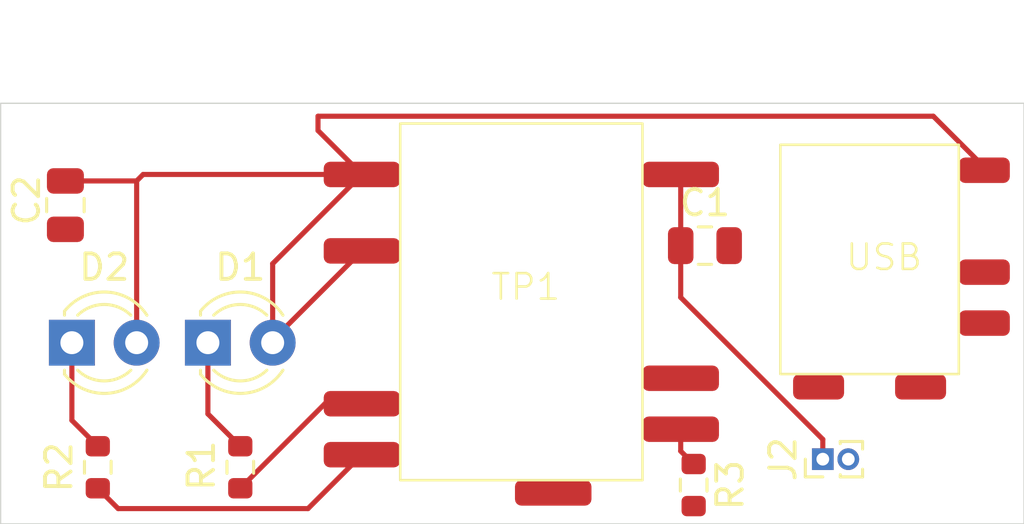
<source format=kicad_pcb>
(kicad_pcb (version 20240108) (generator "pcbnew") (generator_version "8.0")
  (layers (0 "F.Cu" signal) (31 "B.Cu" signal) (34 "B.Paste" user) (35 "F.Paste" user) (36 "B.SilkS" user "B.Silkscreen") (37 "F.SilkS" user "F.Silkscreen") (38 "B.Mask" user) (39 "F.Mask" user) (44 "Edge.Cuts" user))
  (net 0 "")
  (net 1 "GND")
  (net 2 "VD")
  (net 3 "VCC")
  (net 4 "unconnected-(R1-Pad1)")
  (net 5 "unconnected-(R2-Pad1)")
  (net 6 "Net-(TP1-CHRG)")
  (net 7 "Net-(TP1-STDBY)")
  (net 8 "Net-(TP1-PROG)")
  (net 9 "TEMP")
  (net 10 "CC1")
  (net 11 "CC2")
  (net 12 "SHIELD")
  (footprint "Capacitor_SMD:C_0805_2012Metric" (layer "F.Cu") (at 95.692 51.308)
    (property "Reference" "C1" (at 0 -1.68 360) (layer "F.SilkS"))
    (property "Value" "10 uf" (hide yes))
    (fp_line (start -0.261252 -0.735) (end 0.261252 -0.735) (stroke (width 0.12)) (layer "F.SilkS"))
    (fp_line (start -0.261252 0.735) (end 0.261252 0.735) (stroke (width 0.12)) (layer "F.SilkS"))
    (pad "1" smd roundrect (at -0.95 0) (size 1 1.45) (layers "F.Cu" "F.Paste" "F.Mask") (net 2 "VD"))
    (pad "2" smd roundrect (at 0.95 0) (size 1 1.45) (layers "F.Cu" "F.Paste" "F.Mask") (net 1 "GND"))
  )
  (footprint "Resistor_SMD:R_0603_1608Metric" (layer "F.Cu") (at 71.882 60.007 -90)
    (property "Reference" "R2" (at 0 1.524 90) (layer "F.SilkS"))
    (property "Value" "100" (hide yes))
    (fp_line (start -0.237258 0.5225) (end 0.237258 0.5225) (stroke (width 0.12)) (layer "F.SilkS"))
    (fp_line (start -0.237258 -0.5225) (end 0.237258 -0.5225) (stroke (width 0.12)) (layer "F.SilkS"))
    (pad "1" smd roundrect (at -0.825 0 270) (size 0.8 0.95) (layers "F.Cu" "F.Paste" "F.Mask") (net 5 "unconnected-(R2-Pad1)"))
    (pad "2" smd roundrect (at 0.825 0 270) (size 0.8 0.95) (layers "F.Cu" "F.Paste" "F.Mask") (net 7 "Net-(TP1-STDBY)"))
  )
  (footprint "Custom_Libraray:USB_C_Receptacle_PowerOnly_6P" (layer "F.Cu") (at 106.649 56.849)
    (property "Reference" "J1" (hide yes))
    (property "Value" "USB_C_Receptacle_PowerOnly_6P" (hide yes))
    (fp_rect (start -8 -9.5) (end -1 -0.5) (stroke (width 0.1)) (fill none) (layer "F.SilkS"))
    (fp_text user "USB" (at -5.5 -4.5 0) (layer "F.SilkS") (effects (font (thickness 0.1)) (justify left bottom)))
    (pad "A5" smd roundrect (at 0 -4.5) (size 2 1) (layers "F.Cu" "F.Paste" "F.Mask") (net 10 "CC1"))
    (pad "A9" smd roundrect (at 0 -8.5) (size 2 1) (layers "F.Cu" "F.Paste" "F.Mask") (net 3 "VCC"))
    (pad "A12" smd roundrect (at -2.5 0) (size 2 1) (layers "F.Cu" "F.Paste" "F.Mask") (net 1 "GND"))
    (pad "B5" smd roundrect (at 0 -2.5) (size 2 1) (layers "F.Cu" "F.Paste" "F.Mask") (net 11 "CC2"))
    (pad "S1" smd roundrect (at -6.5 0) (size 2 1) (layers "F.Cu" "F.Paste" "F.Mask") (net 12 "SHIELD"))
  )
  (footprint "Connector_PinHeader_1.00mm:PinHeader_1x02_P1.00mm_Vertical" (layer "F.Cu") (at 100.314 59.69 90)
    (property "Reference" "J2" (at 0 -1.56 270) (layer "F.SilkS"))
    (property "Value" "Conn_01x02_Pin" (hide yes))
    (fp_line (start -0.695 -0.685) (end 0 -0.685) (stroke (width 0.12)) (layer "F.SilkS"))
    (fp_line (start -0.695 0) (end -0.695 -0.685) (stroke (width 0.12)) (layer "F.SilkS"))
    (fp_line (start 0.695 0.685) (end 0.695 1.56) (stroke (width 0.12)) (layer "F.SilkS"))
    (fp_line (start 0.608276 0.685) (end 0.695 0.685) (stroke (width 0.12)) (layer "F.SilkS"))
    (fp_line (start -0.695 0.685) (end -0.608276 0.685) (stroke (width 0.12)) (layer "F.SilkS"))
    (fp_line (start -0.695 0.685) (end -0.695 1.56) (stroke (width 0.12)) (layer "F.SilkS"))
    (fp_line (start 0.394493 1.56) (end 0.695 1.56) (stroke (width 0.12)) (layer "F.SilkS"))
    (fp_line (start -0.695 1.56) (end -0.394493 1.56) (stroke (width 0.12)) (layer "F.SilkS"))
    (pad "1" thru_hole rect (at 0 0 90) (size 0.85 0.85) (drill 0.5) (layers "*.Cu" "*.Mask") (net 2 "VD"))
    (pad "2" thru_hole oval (at 0 1 90) (size 0.85 0.85) (drill 0.5) (layers "*.Cu" "*.Mask") (net 1 "GND"))
  )
  (footprint "Resistor_SMD:R_0603_1608Metric" (layer "F.Cu") (at 77.47 60.007 -90)
    (property "Reference" "R1" (at -0.063 1.524 90) (layer "F.SilkS"))
    (property "Value" "100" (hide yes))
    (fp_line (start -0.237258 0.5225) (end 0.237258 0.5225) (stroke (width 0.12)) (layer "F.SilkS"))
    (fp_line (start -0.237258 -0.5225) (end 0.237258 -0.5225) (stroke (width 0.12)) (layer "F.SilkS"))
    (pad "1" smd roundrect (at -0.825 0 270) (size 0.8 0.95) (layers "F.Cu" "F.Paste" "F.Mask") (net 4 "unconnected-(R1-Pad1)"))
    (pad "2" smd roundrect (at 0.825 0 270) (size 0.8 0.95) (layers "F.Cu" "F.Paste" "F.Mask") (net 6 "Net-(TP1-CHRG)"))
  )
  (footprint "LED_THT:LED_D3.0mm_FlatTop" (layer "F.Cu") (at 70.866 55.118)
    (property "Reference" "D2" (at 1.27 -2.96 0) (layer "F.SilkS"))
    (property "Value" "LED" (hide yes))
    (fp_line (start -0.29 -1.236) (end -0.29 -1.08) (stroke (width 0.12)) (layer "F.SilkS"))
    (fp_line (start -0.29 1.08) (end -0.29 1.236) (stroke (width 0.12)) (layer "F.SilkS"))
    (fp_arc (start -0.29 -1.235516) (mid 1.366487 -1.987659) (end 2.942335 -1.078608) (stroke (width 0.12)) (layer "F.SilkS"))
    (fp_arc (start 0.229039 -1.08) (mid 1.270117 -1.5) (end 2.31113 -1.079837) (stroke (width 0.12)) (layer "F.SilkS"))
    (fp_arc (start 2.31113 1.079837) (mid 1.270117 1.5) (end 0.229039 1.08) (stroke (width 0.12)) (layer "F.SilkS"))
    (fp_arc (start 2.942335 1.078608) (mid 1.366487 1.987659) (end -0.29 1.235516) (stroke (width 0.12)) (layer "F.SilkS"))
    (pad "1" thru_hole rect (at 0 0) (size 1.8 1.8) (drill 0.9) (layers "*.Cu" "*.Mask") (net 5 "unconnected-(R2-Pad1)"))
    (pad "2" thru_hole circle (at 2.54 0) (size 1.8 1.8) (drill 0.9) (layers "*.Cu" "*.Mask") (net 3 "VCC"))
  )
  (footprint "LED_THT:LED_D3.0mm_FlatTop" (layer "F.Cu") (at 76.2 55.118)
    (property "Reference" "D1" (at 1.27 -2.96 0) (layer "F.SilkS"))
    (property "Value" "LED" (hide yes))
    (fp_line (start -0.29 -1.236) (end -0.29 -1.08) (stroke (width 0.12)) (layer "F.SilkS"))
    (fp_line (start -0.29 1.08) (end -0.29 1.236) (stroke (width 0.12)) (layer "F.SilkS"))
    (fp_arc (start -0.29 -1.235516) (mid 1.366487 -1.987659) (end 2.942335 -1.078608) (stroke (width 0.12)) (layer "F.SilkS"))
    (fp_arc (start 0.229039 -1.08) (mid 1.270117 -1.5) (end 2.31113 -1.079837) (stroke (width 0.12)) (layer "F.SilkS"))
    (fp_arc (start 2.31113 1.079837) (mid 1.270117 1.5) (end 0.229039 1.08) (stroke (width 0.12)) (layer "F.SilkS"))
    (fp_arc (start 2.942335 1.078608) (mid 1.366487 1.987659) (end -0.29 1.235516) (stroke (width 0.12)) (layer "F.SilkS"))
    (pad "1" thru_hole rect (at 0 0) (size 1.8 1.8) (drill 0.9) (layers "*.Cu" "*.Mask") (net 4 "unconnected-(R1-Pad1)"))
    (pad "2" thru_hole circle (at 2.54 0) (size 1.8 1.8) (drill 0.9) (layers "*.Cu" "*.Mask") (net 3 "VCC"))
  )
  (footprint "Custom_Libraray:TP_4056" (layer "F.Cu") (at 94.742 56.514)
    (property "Reference" "TP1" (hide yes))
    (property "Value" "~")
    (fp_rect (start -11 -10) (end -1.5 4) (stroke (width 0.1)) (fill none) (layer "F.SilkS"))
    (fp_text user "TP1" (at -7.5 -3 0) (layer "F.SilkS") (effects (font (thickness 0.1)) (justify left bottom)))
    (pad "1" smd roundrect (at 0 0) (size 3 1) (layers "F.Cu" "F.Paste" "F.Mask" "Dwgs.User") (net 9 "TEMP"))
    (pad "2" smd roundrect (at 0 2) (size 3 1) (layers "F.Cu" "F.Paste" "F.Mask" "Dwgs.User") (net 8 "Net-(TP1-PROG)"))
    (pad "3" smd roundrect (at -5 4.5) (size 3 1) (layers "F.Cu" "F.Paste" "F.Mask" "Dwgs.User") (net 1 "GND"))
    (pad "4" smd roundrect (at -12.5 -8) (size 3 1) (layers "F.Cu" "F.Paste" "F.Mask" "Dwgs.User") (net 3 "VCC"))
    (pad "5" smd roundrect (at -12.5 3) (size 3 1) (layers "F.Cu" "F.Paste" "F.Mask" "Dwgs.User") (net 7 "Net-(TP1-STDBY)"))
    (pad "5" smd roundrect (at 0 -8) (size 3 1) (layers "F.Cu" "F.Paste" "F.Mask" "Dwgs.User") (net 2 "VD"))
    (pad "7" smd roundrect (at -12.5 1) (size 3 1) (layers "F.Cu" "F.Paste" "F.Mask" "Dwgs.User") (net 6 "Net-(TP1-CHRG)"))
    (pad "8" smd roundrect (at -12.5 -5) (size 3 1) (layers "F.Cu" "F.Paste" "F.Mask" "Dwgs.User") (net 3 "VCC"))
  )
  (footprint "Resistor_SMD:R_0603_1608Metric" (layer "F.Cu") (at 95.25 60.706 -90)
    (property "Reference" "R3" (at 0 -1.43 90) (layer "F.SilkS"))
    (property "Value" "10k" (hide yes))
    (fp_line (start -0.237258 0.5225) (end 0.237258 0.5225) (stroke (width 0.12)) (layer "F.SilkS"))
    (fp_line (start -0.237258 -0.5225) (end 0.237258 -0.5225) (stroke (width 0.12)) (layer "F.SilkS"))
    (pad "1" smd roundrect (at -0.825 0 270) (size 0.8 0.95) (layers "F.Cu" "F.Paste" "F.Mask") (net 8 "Net-(TP1-PROG)"))
    (pad "2" smd roundrect (at 0.825 0 270) (size 0.8 0.95) (layers "F.Cu" "F.Paste" "F.Mask") (net 1 "GND"))
  )
  (footprint "Capacitor_SMD:C_0805_2012Metric" (layer "F.Cu") (at 70.612 49.718 -90)
    (property "Reference" "C2" (at -0.188 1.524 90) (layer "F.SilkS"))
    (property "Value" "10 uf" (hide yes))
    (fp_line (start -0.261252 0.735) (end 0.261252 0.735) (stroke (width 0.12)) (layer "F.SilkS"))
    (fp_line (start -0.261252 -0.735) (end 0.261252 -0.735) (stroke (width 0.12)) (layer "F.SilkS"))
    (pad "1" smd roundrect (at -0.95 0 270) (size 1 1.45) (layers "F.Cu" "F.Paste" "F.Mask") (net 3 "VCC"))
    (pad "2" smd roundrect (at 0.95 0 270) (size 1 1.45) (layers "F.Cu" "F.Paste" "F.Mask") (net 1 "GND"))
  )
  (gr_rect (start 68.072 45.72) (end 108.204 62.23) (stroke (width 0.05)) (fill none) (layer "Edge.Cuts"))
  (segment (start 94.742 48.514) (end 94.742 51.308) (width 0.2) (layer "F.Cu") (net 2))
  (segment (start 94.742 51.308) (end 94.742 53.34) (width 0.2) (layer "F.Cu") (net 2))
  (segment (start 100.314 58.912) (end 100.314 59.69) (width 0.2) (layer "F.Cu") (net 2))
  (segment (start 94.742 53.34) (end 100.314 58.912) (width 0.2) (layer "F.Cu") (net 2))
  (segment (start 80.518 46.228) (end 104.648 46.228) (width 0.2) (layer "F.Cu") (net 3))
  (segment (start 73.66 48.514) (end 82.242 48.514) (width 0.2) (layer "F.Cu") (net 3))
  (segment (start 104.648 46.228) (end 106.649 48.229) (width 0.2) (layer "F.Cu") (net 3))
  (segment (start 80.518 46.79) (end 80.518 46.228) (width 0.2) (layer "F.Cu") (net 3))
  (segment (start 106.649 48.229) (end 106.649 48.349) (width 0.2) (layer "F.Cu") (net 3))
  (segment (start 78.74 55.016) (end 78.74 55.118) (width 0.2) (layer "F.Cu") (net 3))
  (segment (start 70.612 48.768) (end 73.406 48.768) (width 0.2) (layer "F.Cu") (net 3))
  (segment (start 73.406 55.118) (end 73.406 48.768) (width 0.2) (layer "F.Cu") (net 3))
  (segment (start 82.242 48.514) (end 78.74 52.016) (width 0.2) (layer "F.Cu") (net 3))
  (segment (start 82.242 51.514) (end 78.74 55.016) (width 0.2) (layer "F.Cu") (net 3))
  (segment (start 78.74 52.016) (end 78.74 55.118) (width 0.2) (layer "F.Cu") (net 3))
  (segment (start 82.242 48.514) (end 80.518 46.79) (width 0.2) (layer "F.Cu") (net 3))
  (segment (start 73.406 48.768) (end 73.66 48.514) (width 0.2) (layer "F.Cu") (net 3))
  (segment (start 76.2 55.118) (end 76.2 57.912) (width 0.2) (layer "F.Cu") (net 4))
  (segment (start 76.2 57.912) (end 77.47 59.182) (width 0.2) (layer "F.Cu") (net 4))
  (segment (start 70.866 55.118) (end 70.866 58.166) (width 0.2) (layer "F.Cu") (net 5))
  (segment (start 70.866 58.166) (end 71.882 59.182) (width 0.2) (layer "F.Cu") (net 5))
  (segment (start 82.242 57.514) (end 80.788 57.514) (width 0.2) (layer "F.Cu") (net 6))
  (segment (start 80.788 57.514) (end 77.47 60.832) (width 0.2) (layer "F.Cu") (net 6))
  (segment (start 82.242 59.514) (end 80.126 61.63) (width 0.2) (layer "F.Cu") (net 7))
  (segment (start 80.126 61.63) (end 72.68 61.63) (width 0.2) (layer "F.Cu") (net 7))
  (segment (start 72.68 61.63) (end 71.882 60.832) (width 0.2) (layer "F.Cu") (net 7))
  (segment (start 94.742 59.373) (end 95.25 59.881) (width 0.2) (layer "F.Cu") (net 8))
  (segment (start 94.742 58.514) (end 94.742 59.373) (width 0.2) (layer "F.Cu") (net 8))
)
</source>
